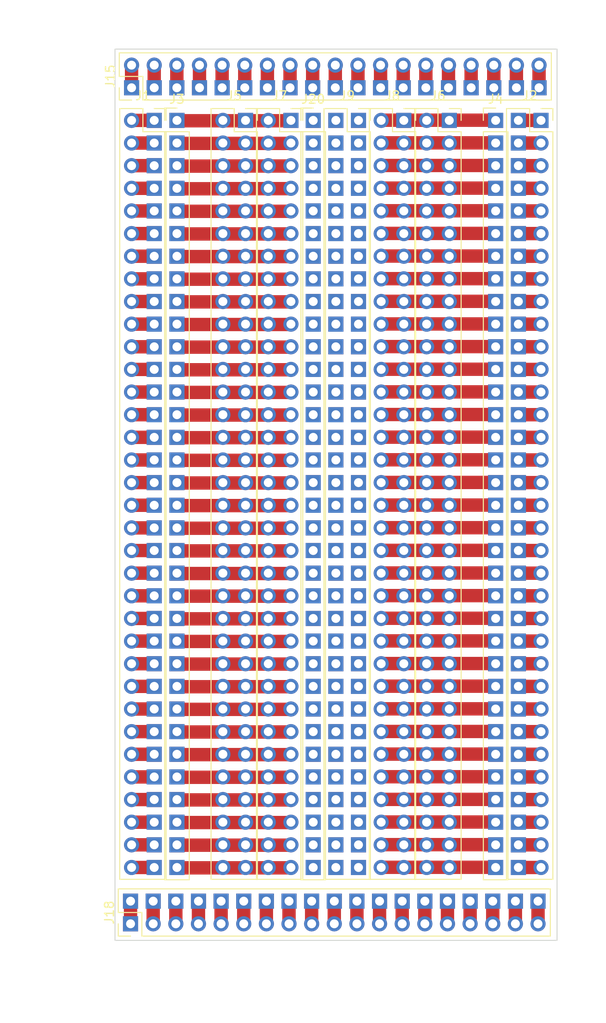
<source format=kicad_pcb>
(kicad_pcb (version 20241229) (generator "pcbnew") (generator_version "9.0")
  (layers (0 "F.Cu" signal) (2 "B.Cu" signal) (13 "F.Paste" user) (15 "B.Paste" user) (5 "F.SilkS" user "F.Silkscreen") (7 "B.SilkS" user "B.Silkscreen") (1 "F.Mask" user) (3 "B.Mask" user) (25 "Edge.Cuts" user))
  (net 0 "")
  (net 1 "/E12")
  (net 2 "/E9")
  (net 3 "/E2")
  (net 4 "/E11")
  (net 5 "/E3")
  (net 6 "/E4")
  (net 7 "/E6")
  (net 8 "/E15")
  (net 9 "/E5")
  (net 10 "/E7")
  (net 11 "/E14")
  (net 12 "/E8")
  (net 13 "/E17")
  (net 14 "/E1")
  (net 15 "/E10")
  (net 16 "/E13")
  (net 17 "/E19")
  (net 18 "/E16")
  (net 19 "/E18")
  (net 20 "/F13")
  (net 21 "/F10")
  (net 22 "/F12")
  (net 23 "/F7")
  (net 24 "/F1")
  (net 25 "/F14")
  (net 26 "/F18")
  (net 27 "/F9")
  (net 28 "/F8")
  (net 29 "/F19")
  (net 30 "/F2")
  (net 31 "/F3")
  (net 32 "/F6")
  (net 33 "/F5")
  (net 34 "/F17")
  (net 35 "/F16")
  (net 36 "/F4")
  (net 37 "/F11")
  (net 38 "/F15")
  (net 39 "/C30")
  (net 40 "/C32")
  (net 41 "/C17")
  (net 42 "/C4")
  (net 43 "/C16")
  (net 44 "/C6")
  (net 45 "/C34")
  (net 46 "/C13")
  (net 47 "/C14")
  (net 48 "/C8")
  (net 49 "/C11")
  (net 50 "/C20")
  (net 51 "/C29")
  (net 52 "/C33")
  (net 53 "/C31")
  (net 54 "/C2")
  (net 55 "/C7")
  (net 56 "/C1")
  (net 57 "/C25")
  (net 58 "/C9")
  (net 59 "/C28")
  (net 60 "/C22")
  (net 61 "/C26")
  (net 62 "/C23")
  (net 63 "/C10")
  (net 64 "/C19")
  (net 65 "/C27")
  (net 66 "/C15")
  (net 67 "/C18")
  (net 68 "/C12")
  (net 69 "/C21")
  (net 70 "/C24")
  (net 71 "/C5")
  (net 72 "/C3")
  (net 73 "/D15")
  (net 74 "/D21")
  (net 75 "/D4")
  (net 76 "/D3")
  (net 77 "/D32")
  (net 78 "/D26")
  (net 79 "/D34")
  (net 80 "/D17")
  (net 81 "/D29")
  (net 82 "/D7")
  (net 83 "/D10")
  (net 84 "/D25")
  (net 85 "/D6")
  (net 86 "/D31")
  (net 87 "/D16")
  (net 88 "/D23")
  (net 89 "/D2")
  (net 90 "/D19")
  (net 91 "/D8")
  (net 92 "/D28")
  (net 93 "/D18")
  (net 94 "/D22")
  (net 95 "/D9")
  (net 96 "/D1")
  (net 97 "/D14")
  (net 98 "/D30")
  (net 99 "/D27")
  (net 100 "/D24")
  (net 101 "/D12")
  (net 102 "/D11")
  (net 103 "/D5")
  (net 104 "/D33")
  (net 105 "/D13")
  (net 106 "/D20")
  (net 107 "/A1")
  (net 108 "/A13")
  (net 109 "/A22")
  (net 110 "/A28")
  (net 111 "/A9")
  (net 112 "/A25")
  (net 113 "/A2")
  (net 114 "/A7")
  (net 115 "/A34")
  (net 116 "/A10")
  (net 117 "/A6")
  (net 118 "/A30")
  (net 119 "/A8")
  (net 120 "/A19")
  (net 121 "/A32")
  (net 122 "/A33")
  (net 123 "/A23")
  (net 124 "/A15")
  (net 125 "/A26")
  (net 126 "/A16")
  (net 127 "/A5")
  (net 128 "/A18")
  (net 129 "/A31")
  (net 130 "/A24")
  (net 131 "/A12")
  (net 132 "/A17")
  (net 133 "/A27")
  (net 134 "/A21")
  (net 135 "/A29")
  (net 136 "/A20")
  (net 137 "/A14")
  (net 138 "/A11")
  (net 139 "/A3")
  (net 140 "/A4")
  (net 141 "/B33")
  (net 142 "/B25")
  (net 143 "/B2")
  (net 144 "/B1")
  (net 145 "/B9")
  (net 146 "/B34")
  (net 147 "/B14")
  (net 148 "/B26")
  (net 149 "/B11")
  (net 150 "/B5")
  (net 151 "/B30")
  (net 152 "/B18")
  (net 153 "/B21")
  (net 154 "/B15")
  (net 155 "/B29")
  (net 156 "/B31")
  (net 157 "/B22")
  (net 158 "/B20")
  (net 159 "/B16")
  (net 160 "/B3")
  (net 161 "/B24")
  (net 162 "/B28")
  (net 163 "/B19")
  (net 164 "/B13")
  (net 165 "/B12")
  (net 166 "/B6")
  (net 167 "/B4")
  (net 168 "/B27")
  (net 169 "/B23")
  (net 170 "/B8")
  (net 171 "/B7")
  (net 172 "/B17")
  (net 173 "/B10")
  (net 174 "/B32")
  (footprint "Connector_PinHeader_2.54mm:PinHeader_1x34_P2.54mm_Vertical" (layer "F.Cu") (at 126.41 60.26)
    (property "Reference" "J3")
    (property "Value" "Conn_01x34_Pin")
  )
  (footprint "Connector_PinSocket_2.54mm:PinSocket_2x34_P2.54mm_Vertical" (layer "F.Cu") (at 123.86 60.26)
    (property "Reference" "J1")
    (property "Value" "Conn_02x34_Odd_Even")
  )
  (footprint "Connector_PinSocket_2.54mm:PinSocket_2x34_P2.54mm_Vertical" (layer "F.Cu") (at 156.967119 60.26)
    (property "Reference" "J6")
    (property "Value" "Conn_02x34_Odd_Even")
  )
  (footprint "Connector_PinSocket_2.54mm:PinSocket_2x34_P2.54mm_Vertical" (layer "F.Cu") (at 151.867119 60.26)
    (property "Reference" "J8")
    (property "Value" "Conn_02x34_Odd_Even")
  )
  (footprint "Connector_PinHeader_2.54mm:PinHeader_1x34_P2.54mm_Vertical" (layer "F.Cu") (at 141.7 60.26)
    (property "Reference" "J20")
    (property "Value" "Conn_01x34_Pin")
  )
  (footprint "Connector_PinHeader_2.54mm:PinHeader_1x34_P2.54mm_Vertical" (layer "F.Cu") (at 162.17 60.26)
    (property "Reference" "J4")
    (property "Value" "Conn_01x34_Pin")
  )
  (footprint "Connector_PinSocket_2.54mm:PinSocket_2x34_P2.54mm_Vertical" (layer "F.Cu") (at 134.106659 60.26)
    (property "Reference" "J5")
    (property "Value" "Conn_02x34_Odd_Even")
  )
  (footprint "Connector_PinHeader_2.54mm:PinHeader_2x19_P2.54mm_Vertical" (layer "F.Cu") (at 121.205 150.4 90)
    (property "Reference" "J18")
    (property "Value" "Conn_02x19_Odd_Even")
  )
  (footprint "Connector_PinSocket_2.54mm:PinSocket_2x34_P2.54mm_Vertical" (layer "F.Cu") (at 146.78 60.26)
    (property "Reference" "J9")
    (property "Value" "Conn_02x34_Odd_Even")
  )
  (footprint "Connector_PinSocket_2.54mm:PinSocket_2x34_P2.54mm_Vertical" (layer "F.Cu") (at 167.26 60.26)
    (property "Reference" "J2")
    (property "Value" "Conn_02x34_Odd_Even")
  )
  (footprint "Connector_PinSocket_2.54mm:PinSocket_2x34_P2.54mm_Vertical" (layer "F.Cu") (at 139.2 60.26)
    (property "Reference" "J7")
    (property "Value" "Conn_02x34_Odd_Even")
  )
  (footprint "Connector_PinHeader_2.54mm:PinHeader_2x19_P2.54mm_Vertical" (layer "F.Cu") (at 121.320001 56.6 90)
    (property "Reference" "J15")
    (property "Value" "Conn_02x19_Odd_Even")
  )
  (gr_rect (start 119.46 52.26) (end 169.06 152.26) (stroke (width 0.1)) (fill no) (layer "Edge.Cuts"))
  (segment (start 149.260001 54.06) (end 149.26 56.6) (width 1.5) (layer "F.Cu") (net 1))
  (segment (start 141.640001 54.06) (end 141.640001 56.6) (width 1.5) (layer "F.Cu") (net 2))
  (segment (start 123.860001 54.06) (end 123.860001 56.6) (width 1.5) (layer "F.Cu") (net 3))
  (segment (start 146.720001 54.06) (end 146.720001 56.6) (width 1.5) (layer "F.Cu") (net 4))
  (segment (start 126.400001 54.06) (end 126.4 56.6) (width 1.5) (layer "F.Cu") (net 5))
  (segment (start 128.940001 54.06) (end 128.940001 56.6) (width 1.5) (layer "F.Cu") (net 6))
  (segment (start 134.020001 54.06) (end 134.020001 56.6) (width 1.5) (layer "F.Cu") (net 7))
  (segment (start 156.880001 54.06) (end 156.880001 56.6) (width 1.5) (layer "F.Cu") (net 8))
  (segment (start 131.480001 54.06) (end 131.480001 56.6) (width 1.5) (layer "F.Cu") (net 9))
  (segment (start 136.560001 54.06) (end 136.560001 56.6) (width 1.5) (layer "F.Cu") (net 10))
  (segment (start 154.340001 54.06) (end 154.340001 56.6) (width 1.5) (layer "F.Cu") (net 11))
  (segment (start 139.100001 54.06) (end 139.100002 56.6) (width 1.5) (layer "F.Cu") (net 12))
  (segment (start 161.960001 54.06) (end 161.960002 56.6) (width 1.5) (layer "F.Cu") (net 13))
  (segment (start 121.320001 54.06) (end 121.320001 56.6) (width 1.5) (layer "F.Cu") (net 14))
  (segment (start 144.180001 54.06) (end 144.180001 56.6) (width 1.5) (layer "F.Cu") (net 15))
  (segment (start 151.800001 54.06) (end 151.800001 56.6) (width 1.5) (layer "F.Cu") (net 16))
  (segment (start 167.040001 54.06) (end 167.040001 56.6) (width 1.5) (layer "F.Cu") (net 17))
  (segment (start 159.420001 54.06) (end 159.42 56.6) (width 1.5) (layer "F.Cu") (net 18))
  (segment (start 164.500001 54.06) (end 164.500001 56.6) (width 1.5) (layer "F.Cu") (net 19))
  (segment (start 151.685 147.86) (end 151.685 150.4) (width 1.5) (layer "F.Cu") (net 20))
  (segment (start 144.065 147.86) (end 144.065 150.4) (width 1.5) (layer "F.Cu") (net 21))
  (segment (start 149.145 147.86) (end 149.144999 150.4) (width 1.5) (layer "F.Cu") (net 22))
  (segment (start 136.445 147.86) (end 136.445 150.4) (width 1.5) (layer "F.Cu") (net 23))
  (segment (start 121.205 147.86) (end 121.205 150.4) (width 1.5) (layer "F.Cu") (net 24))
  (segment (start 154.225 147.86) (end 154.225 150.4) (width 1.5) (layer "F.Cu") (net 25))
  (segment (start 164.385 147.86) (end 164.385 150.4) (width 1.5) (layer "F.Cu") (net 26))
  (segment (start 141.525 147.86) (end 141.525 150.4) (width 1.5) (layer "F.Cu") (net 27))
  (segment (start 138.985 147.86) (end 138.985001 150.4) (width 1.5) (layer "F.Cu") (net 28))
  (segment (start 166.925 147.86) (end 166.925 150.4) (width 1.5) (layer "F.Cu") (net 29))
  (segment (start 123.745 147.86) (end 123.745 150.4) (width 1.5) (layer "F.Cu") (net 30))
  (segment (start 126.285 147.86) (end 126.284999 150.4) (width 1.5) (layer "F.Cu") (net 31))
  (segment (start 133.905 147.86) (end 133.905 150.4) (width 1.5) (layer "F.Cu") (net 32))
  (segment (start 131.365 147.86) (end 131.365 150.4) (width 1.5) (layer "F.Cu") (net 33))
  (segment (start 161.845 147.86) (end 161.845001 150.4) (width 1.5) (layer "F.Cu") (net 34))
  (segment (start 159.305 147.86) (end 159.304999 150.4) (width 1.5) (layer "F.Cu") (net 35))
  (segment (start 128.825 150.4) (end 128.825 147.86) (width 1.5) (layer "F.Cu") (net 36))
  (segment (start 146.605 147.86) (end 146.605 150.4) (width 1.5) (layer "F.Cu") (net 37))
  (segment (start 156.765 147.86) (end 156.765 150.4) (width 1.5) (layer "F.Cu") (net 38))
  (segment (start 164.72 133.92) (end 167.26 133.92) (width 1.5) (layer "F.Cu") (net 39))
  (segment (start 164.72 139) (end 167.26 139) (width 1.5) (layer "F.Cu") (net 40))
  (segment (start 164.72 100.9) (end 167.26 100.9) (width 1.5) (layer "F.Cu") (net 41))
  (segment (start 164.72 67.88) (end 167.26 67.88) (width 1.5) (layer "F.Cu") (net 42))
  (segment (start 164.72 98.36) (end 167.26 98.36) (width 1.5) (layer "F.Cu") (net 43))
  (segment (start 164.72 72.96) (end 167.26 72.96) (width 1.5) (layer "F.Cu") (net 44))
  (segment (start 164.72 144.08) (end 167.26 144.08) (width 1.5) (layer "F.Cu") (net 45))
  (segment (start 164.72 90.74) (end 167.26 90.74) (width 1.5) (layer "F.Cu") (net 46))
  (segment (start 164.72 93.28) (end 167.26 93.28) (width 1.5) (layer "F.Cu") (net 47))
  (segment (start 164.72 78.04) (end 167.26 78.04) (width 1.5) (layer "F.Cu") (net 48))
  (segment (start 164.72 85.66) (end 167.26 85.66) (width 1.5) (layer "F.Cu") (net 49))
  (segment (start 164.72 108.52) (end 167.26 108.52) (width 1.5) (layer "F.Cu") (net 50))
  (segment (start 164.72 131.38) (end 167.26 131.38) (width 1.5) (layer "F.Cu") (net 51))
  (segment (start 167.26 141.54) (end 164.72 141.54) (width 1.5) (layer "F.Cu") (net 52))
  (segment (start 164.72 136.46) (end 167.26 136.46) (width 1.5) (layer "F.Cu") (net 53))
  (segment (start 167.26 62.8) (end 164.72 62.8) (width 1.5) (layer "F.Cu") (net 54))
  (segment (start 164.72 75.5) (end 167.26 75.5) (width 1.5) (layer "F.Cu") (net 55))
  (segment (start 164.72 60.26) (end 167.26 60.26) (width 1.5) (layer "F.Cu") (net 56))
  (segment (start 164.72 121.22) (end 167.26 121.22) (width 1.5) (layer "F.Cu") (net 57))
  (segment (start 164.72 80.58) (end 167.26 80.58) (width 1.5) (layer "F.Cu") (net 58))
  (segment (start 164.72 128.84) (end 167.26 128.84) (width 1.5) (layer "F.Cu") (net 59))
  (segment (start 164.72 113.6) (end 167.26 113.6) (width 1.5) (layer "F.Cu") (net 60))
  (segment (start 164.72 123.76) (end 167.26 123.76) (width 1.5) (layer "F.Cu") (net 61))
  (segment (start 164.72 116.14) (end 167.26 116.14) (width 1.5) (layer "F.Cu") (net 62))
  (segment (start 164.72 83.12) (end 167.26 83.12) (width 1.5) (layer "F.Cu") (net 63))
  (segment (start 164.72 105.98) (end 167.26 105.98) (width 1.5) (layer "F.Cu") (net 64))
  (segment (start 164.72 126.3) (end 167.26 126.3) (width 1.5) (layer "F.Cu") (net 65))
  (segment (start 164.72 95.82) (end 167.26 95.82) (width 1.5) (layer "F.Cu") (net 66))
  (segment (start 164.72 103.44) (end 167.26 103.44) (width 1.5) (layer "F.Cu") (net 67))
  (segment (start 164.72 88.2) (end 167.26 88.2) (width 1.5) (layer "F.Cu") (net 68))
  (segment (start 164.72 111.06) (end 167.26 111.06) (width 1.5) (layer "F.Cu") (net 69))
  (segment (start 164.72 118.68) (end 167.26 118.68) (width 1.5) (layer "F.Cu") (net 70))
  (segment (start 164.72 70.42) (end 167.26 70.42) (width 1.5) (layer "F.Cu") (net 71))
  (segment (start 164.72 65.34) (end 167.26 65.34) (width 1.5) (layer "F.Cu") (net 72))
  (segment (start 162.169645 95.799645) (end 162.17 95.8) (width 1.5) (layer "F.Cu") (net 73))
  (segment (start 149.327119 95.799645) (end 156.967119 95.799645) (width 1.5) (layer "F.Cu") (net 73))
  (segment (start 156.967119 95.799645) (end 162.169645 95.799645) (width 1.5) (layer "F.Cu") (net 73))
  (segment (start 156.967119 111.039645) (end 162.169645 111.039645) (width 1.5) (layer "F.Cu") (net 74))
  (segment (start 149.327119 111.039645) (end 156.967119 111.039645) (width 1.5) (layer "F.Cu") (net 74))
  (segment (start 162.169645 111.039645) (end 162.17 111.04) (width 1.5) (layer "F.Cu") (net 74))
  (segment (start 149.327119 67.859645) (end 156.967119 67.859645) (width 1.5) (layer "F.Cu") (net 75))
  (segment (start 156.967119 67.859645) (end 162.169645 67.859645) (width 1.5) (layer "F.Cu") (net 75))
  (segment (start 162.169645 67.859645) (end 162.17 67.86) (width 1.5) (layer "F.Cu") (net 75))
  (segment (start 162.169645 65.319645) (end 162.17 65.32) (width 1.5) (layer "F.Cu") (net 76))
  (segment (start 149.327119 65.319645) (end 156.967119 65.319645) (width 1.5) (layer "F.Cu") (net 76))
  (segment (start 156.967119 65.319645) (end 162.169645 65.319645) (width 1.5) (layer "F.Cu") (net 76))
  (segment (start 156.967119 138.979645) (end 162.169645 138.979645) (width 1.5) (layer "F.Cu") (net 77))
  (segment (start 149.327119 138.979645) (end 156.967119 138.979645) (width 1.5) (layer "F.Cu") (net 77))
  (segment (start 162.169645 138.979645) (end 162.17 138.98) (width 1.5) (layer "F.Cu") (net 77))
  (segment (start 149.327119 123.739645) (end 156.967119 123.739645) (width 1.5) (layer "F.Cu") (net 78))
  (segment (start 162.169645 123.739645) (end 162.17 123.74) (width 1.5) (layer "F.Cu") (net 78))
  (segment (start 156.967119 123.739645) (end 162.169645 123.739645) (width 1.5) (layer "F.Cu") (net 78))
  (segment (start 162.169645 144.059645) (end 162.17 144.06) (width 1.5) (layer "F.Cu") (net 79))
  (segment (start 156.967119 144.059645) (end 162.169645 144.059645) (width 1.5) (layer "F.Cu") (net 79))
  (segment (start 149.327119 144.059645) (end 156.967119 144.059645) (width 1.5) (layer "F.Cu") (net 79))
  (segment (start 149.327119 100.879645) (end 156.967119 100.879645) (width 1.5) (layer "F.Cu") (net 80))
  (segment (start 162.169645 100.879645) (end 162.17 100.88) (width 1.5) (layer "F.Cu") (net 80))
  (segment (start 156.967119 100.879645) (end 162.169645 100.879645) (width 1.5) (layer "F.Cu") (net 80))
  (segment (start 149.327119 131.359645) (end 156.967119 131.359645) (width 1.5) (layer "F.Cu") (net 81))
  (segment (start 162.169645 131.359645) (end 162.17 131.36) (width 1.5) (layer "F.Cu") (net 81))
  (segment (start 156.967119 131.359645) (end 162.169645 131.359645) (width 1.5) (layer "F.Cu") (net 81))
  (segment (start 149.327119 75.479645) (end 156.967119 75.479645) (width 1.5) (layer "F.Cu") (net 82))
  (segment (start 156.967119 75.479645) (end 162.169645 75.479645) (width 1.5) (layer "F.Cu") (net 82))
  (segment (start 162.169645 75.479645) (end 162.17 75.48) (width 1.5) (layer "F.Cu") (net 82))
  (segment (start 149.327119 83.099645) (end 156.967119 83.099645) (width 1.5) (layer "F.Cu") (net 83))
  (segment (start 156.967119 83.099645) (end 162.169645 83.099645) (width 1.5) (layer "F.Cu") (net 83))
  (segment (start 162.169645 83.099645) (end 162.17 83.1) (width 1.5) (layer "F.Cu") (net 83))
  (segment (start 156.967119 121.199645) (end 162.169645 121.199645) (width 1.5) (layer "F.Cu") (net 84))
  (segment (start 162.169645 121.199645) (end 162.17 121.2) (width 1.5) (layer "F.Cu") (net 84))
  (segment (start 149.327119 121.199645) (end 156.967119 121.199645) (width 1.5) (layer "F.Cu") (net 84))
  (segment (start 156.967119 72.939645) (end 162.169645 72.939645) (width 1.5) (layer "F.Cu") (net 85))
  (segment (start 149.327119 72.939645) (end 156.967119 72.939645) (width 1.5) (layer "F.Cu") (net 85))
  (segment (start 162.169645 72.939645) (end 162.17 72.94) (width 1.5) (layer "F.Cu") (net 85))
  (segment (start 162.169645 136.439645) (end 162.17 136.44) (width 1.5) (layer "F.Cu") (net 86))
  (segment (start 149.327119 136.439645) (end 156.967119 136.439645) (width 1.5) (layer "F.Cu") (net 86))
  (segment (start 156.967119 136.439645) (end 162.169645 136.439645) (width 1.5) (layer "F.Cu") (net 86))
  (segment (start 149.327119 98.339645) (end 156.967119 98.339645) (width 1.5) (layer "F.Cu") (net 87))
  (segment (start 162.169645 98.339645) (end 162.17 98.34) (width 1.5) (layer "F.Cu") (net 87))
  (segment (start 156.967119 98.339645) (end 162.169645 98.339645) (width 1.5) (layer "F.Cu") (net 87))
  (segment (start 156.967119 116.119645) (end 162.169645 116.119645) (width 1.5) (layer "F.Cu") (net 88))
  (segment (start 149.327119 116.119645) (end 156.967119 116.119645) (width 1.5) (layer "F.Cu") (net 88))
  (segment (start 162.169645 116.119645) (end 162.17 116.12) (width 1.5) (layer "F.Cu") (net 88))
  (segment (start 149.327119 62.779645) (end 156.967119 62.779645) (width 1.5) (layer "F.Cu") (net 89))
  (segment (start 156.967119 62.779645) (end 162.169645 62.779645) (width 1.5) (layer "F.Cu") (net 89))
  (segment (start 162.169645 62.779645) (end 162.17 62.78) (width 1.5) (layer "F.Cu") (net 89))
  (segment (start 156.967119 105.959645) (end 162.169645 105.959645) (width 1.5) (layer "F.Cu") (net 90))
  (segment (start 149.327119 105.959645) (end 156.967119 105.959645) (width 1.5) (layer "F.Cu") (net 90))
  (segment (start 162.169645 105.959645) (end 162.17 105.96) (width 1.5) (layer "F.Cu") (net 90))
  (segment (start 149.327119 78.019645) (end 156.967119 78.019645) (width 1.5) (layer "F.Cu") (net 91))
  (segment (start 162.169645 78.019645) (end 162.17 78.02) (width 1.5) (layer "F.Cu") (net 91))
  (segment (start 156.967119 78.019645) (end 162.169645 78.019645) (width 1.5) (layer "F.Cu") (net 91))
  (segment (start 162.169645 128.819645) (end 162.17 128.82) (width 1.5) (layer "F.Cu") (net 92))
  (segment (start 156.967119 128.819645) (end 162.169645 128.819645) (width 1.5) (layer "F.Cu") (net 92))
  (segment (start 149.327119 128.819645) (end 156.967119 128.819645) (width 1.5) (layer "F.Cu") (net 92))
  (segment (start 156.967119 103.419645) (end 162.169645 103.419645) (width 1.5) (layer "F.Cu") (net 93))
  (segment (start 149.327119 103.419645) (end 156.967119 103.419645) (width 1.5) (layer "F.Cu") (net 93))
  (segment (start 162.169645 103.419645) (end 162.17 103.42) (width 1.5) (layer "F.Cu") (net 93))
  (segment (start 149.327119 113.579645) (end 156.967119 113.579645) (width 1.5) (layer "F.Cu") (net 94))
  (segment (start 162.169645 113.579645) (end 162.17 113.58) (width 1.5) (layer "F.Cu") (net 94))
  (segment (start 156.967119 113.579645) (end 162.169645 113.579645) (width 1.5) (layer "F.Cu") (net 94))
  (segment (start 156.967119 80.559645) (end 162.169645 80.559645) (width 1.5) (layer "F.Cu") (net 95))
  (segment (start 149.327119 80.559645) (end 156.967119 80.559645) (width 1.5) (layer "F.Cu") (net 95))
  (segment (start 162.169645 80.559645) (end 162.17 80.56) (width 1.5) (layer "F.Cu") (net 95))
  (segment (start 162.169645 60.239645) (end 162.17 60.24) (width 1.5) (layer "F.Cu") (net 96))
  (segment (start 149.327119 60.239645) (end 156.967119 60.239645) (width 1.5) (layer "F.Cu") (net 96))
  (segment (start 156.967119 60.239645) (end 162.169645 60.239645) (width 1.5) (layer "F.Cu") (net 96))
  (segment (start 162.169645 93.259645) (end 162.17 93.26) (width 1.5) (layer "F.Cu") (net 97))
  (segment (start 156.967119 93.259645) (end 162.169645 93.259645) (width 1.5) (layer "F.Cu") (net 97))
  (segment (start 149.327119 93.259645) (end 156.967119 93.259645) (width 1.5) (layer "F.Cu") (net 97))
  (segment (start 149.327119 133.899645) (end 156.967119 133.899645) (width 1.5) (layer "F.Cu") (net 98))
  (segment (start 162.169645 133.899645) (end 162.17 133.9) (width 1.5) (layer "F.Cu") (net 98))
  (segment (start 156.967119 133.899645) (end 162.169645 133.899645) (width 1.5) (layer "F.Cu") (net 98))
  (segment (start 162.169645 126.279645) (end 162.17 126.28) (width 1.5) (layer "F.Cu") (net 99))
  (segment (start 149.327119 126.279645) (end 156.967119 126.279645) (width 1.5) (layer "F.Cu") (net 99))
  (segment (start 156.967119 126.279645) (end 162.169645 126.279645) (width 1.5) (layer "F.Cu") (net 99))
  (segment (start 156.967119 118.659645) (end 162.169645 118.659645) (width 1.5) (layer "F.Cu") (net 100))
  (segment (start 149.327119 118.659645) (end 156.967119 118.659645) (width 1.5) (layer "F.Cu") (net 100))
  (segment (start 162.169645 118.659645) (end 162.17 118.66) (width 1.5) (layer "F.Cu") (net 100))
  (segment (start 162.169645 88.179645) (end 162.17 88.18) (width 1.5) (layer "F.Cu") (net 101))
  (segment (start 156.967119 88.179645) (end 162.169645 88.179645) (width 1.5) (layer "F.Cu") (net 101))
  (segment (start 149.327119 88.179645) (end 156.967119 88.179645) (width 1.5) (layer "F.Cu") (net 101))
  (segment (start 156.967119 85.639645) (end 162.169645 85.639645) (width 1.5) (layer "F.Cu") (net 102))
  (segment (start 149.327119 85.639645) (end 156.967119 85.639645) (width 1.5) (layer "F.Cu") (net 102))
  (segment (start 162.169645 85.639645) (end 162.17 85.64) (width 1.5) (layer "F.Cu") (net 102))
  (segment (start 149.327119 70.399645) (end 156.967119 70.399645) (width 1.5) (layer "F.Cu") (net 103))
  (segment (start 162.169645 70.399645) (end 162.17 70.4) (width 1.5) (layer "F.Cu") (net 103))
  (segment (start 156.967119 70.399645) (end 162.169645 70.399645) (width 1.5) (layer "F.Cu") (net 103))
  (segment (start 156.967119 141.519645) (end 162.169645 141.519645) (width 1.5) (layer "F.Cu") (net 104))
  (segment (start 149.327119 141.519645) (end 156.967119 141.519645) (width 1.5) (layer "F.Cu") (net 104))
  (segment (start 162.169645 141.519645) (end 162.17 141.52) (width 1.5) (layer "F.Cu") (net 104))
  (segment (start 162.169645 90.719645) (end 162.17 90.72) (width 1.5) (layer "F.Cu") (net 105))
  (segment (start 149.327119 90.719645) (end 156.967119 90.719645) (width 1.5) (layer "F.Cu") (net 105))
  (segment (start 156.967119 90.719645) (end 162.169645 90.719645) (width 1.5) (layer "F.Cu") (net 105))
  (segment (start 149.327119 108.499645) (end 156.967119 108.499645) (width 1.5) (layer "F.Cu") (net 106))
  (segment (start 156.967119 108.499645) (end 162.169645 108.499645) (width 1.5) (layer "F.Cu") (net 106))
  (segment (start 162.169645 108.499645) (end 162.17 108.5) (width 1.5) (layer "F.Cu") (net 106))
  (segment (start 121.32 60.26) (end 123.86 60.26) (width 1.5) (layer "F.Cu") (net 107))
  (segment (start 121.32 90.74) (end 123.86 90.74) (width 1.5) (layer "F.Cu") (net 108))
  (segment (start 121.32 113.6) (end 123.86 113.6) (width 1.5) (layer "F.Cu") (net 109))
  (segment (start 121.32 128.84) (end 123.86 128.84) (width 1.5) (layer "F.Cu") (net 110))
  (segment (start 121.32 80.58) (end 123.86 80.58) (width 1.5) (layer "F.Cu") (net 111))
  (segment (start 121.32 121.22) (end 123.86 121.22) (width 1.5) (layer "F.Cu") (net 112))
  (segment (start 121.32 62.8) (end 123.86 62.8) (width 1.5) (layer "F.Cu") (net 113))
  (segment (start 121.32 75.5) (end 123.86 75.5) (width 1.5) (layer "F.Cu") (net 114))
  (segment (start 121.32 144.08) (end 123.86 144.08) (width 1.5) (layer "F.Cu") (net 115))
  (segment (start 121.32 83.12) (end 123.86 83.12) (width 1.5) (layer "F.Cu") (net 116))
  (segment (start 121.32 72.96) (end 123.86 72.96) (width 1.5) (layer "F.Cu") (net 117))
  (segment (start 121.32 133.92) (end 123.86 133.92) (width 1.5) (layer "F.Cu") (net 118))
  (segment (start 121.32 78.04) (end 123.86 78.04) (width 1.5) (layer "F.Cu") (net 119))
  (segment (start 121.32 105.98) (end 123.86 105.98) (width 1.5) (layer "F.Cu") (net 120))
  (segment (start 121.32 139) (end 123.86 139) (width 1.5) (layer "F.Cu") (net 121))
  (segment (start 121.32 141.54) (end 123.86 141.54) (width 1.5) (layer "F.Cu") (net 122))
  (segment (start 121.32 116.14) (end 123.86 116.14) (width 1.5) (layer "F.Cu") (net 123))
  (segment (start 121.32 95.82) (end 123.86 95.82) (width 1.5) (layer "F.Cu") (net 124))
  (segment (start 121.32 123.76) (end 123.86 123.76) (width 1.5) (layer "F.Cu") (net 125))
  (segment (start 121.32 98.36) (end 123.86 98.36) (width 1.5) (layer "F.Cu") (net 126))
  (segment (start 121.32 70.42) (end 123.86 70.42) (width 1.5) (layer "F.Cu") (net 127))
  (segment (start 121.32 103.44) (end 123.86 103.44) (width 1.5) (layer "F.Cu") (net 128))
  (segment (start 121.32 136.46) (end 123.86 136.46) (width 1.5) (layer "F.Cu") (net 129))
  (segment (start 121.32 118.68) (end 123.86 118.68) (width 1.5) (layer "F.Cu") (net 130))
  (segment (start 121.32 88.2) (end 123.86 88.2) (width 1.5) (layer "F.Cu") (net 131))
  (segment (start 121.32 100.9) (end 123.86 100.9) (width 1.5) (layer "F.Cu") (net 132))
  (segment (start 121.32 126.3) (end 123.86 126.3) (width 1.5) (layer "F.Cu") (net 133))
  (segment (start 121.32 111.06) (end 123.86 111.06) (width 1.5) (layer "F.Cu") (net 134))
  (segment (start 121.32 131.38) (end 123.86 131.38) (width 1.5) (layer "F.Cu") (net 135))
  (segment (start 121.32 108.52) (end 123.86 108.52) (width 1.5) (layer "F.Cu") (net 136))
  (segment (start 121.32 93.28) (end 123.86 93.28) (width 1.5) (layer "F.Cu") (net 137))
  (segment (start 121.32 85.66) (end 123.86 85.66) (width 1.5) (layer "F.Cu") (net 138))
  (segment (start 121.32 65.34) (end 123.86 65.34) (width 1.5) (layer "F.Cu") (net 139))
  (segment (start 121.32 67.88) (end 123.86 67.88) (width 1.5) (layer "F.Cu") (net 140))
  (segment (start 139.199541 141.579541) (end 139.2 141.58) (width 1.5) (layer "F.Cu") (net 141))
  (segment (start 131.566659 141.579541) (end 139.199541 141.579541) (width 1.5) (layer "F.Cu") (net 141))
  (segment (start 131.5662 141.58) (end 131.566659 141.579541) (width 1.5) (layer "F.Cu") (net 141))
  (segment (start 126.41 141.58) (end 131.5662 141.58) (width 1.5) (layer "F.Cu") (net 141))
  (segment (start 126.41 121.26) (end 131.5662 121.26) (width 1.5) (layer "F.Cu") (net 142))
  (segment (start 131.566659 121.259541) (end 139.199541 121.259541) (width 1.5) (layer "F.Cu") (net 142))
  (segment (start 131.5662 121.26) (end 131.566659 121.259541) (width 1.5) (layer "F.Cu") (net 142))
  (segment (start 139.199541 121.259541) (end 139.2 121.26) (width 1.5) (layer "F.Cu") (net 142))
  (segment (start 131.566659 62.839541) (end 126.420459 62.839541) (width 1.5) (layer "F.Cu") (net 143))
  (segment (start 126.420459 62.839541) (end 126.41 62.85) (width 1.5) (layer "F.Cu") (net 143))
  (segment (start 139.199541 62.839541) (end 139.2 62.84) (width 1.5) (layer "F.Cu") (net 143))
  (segment (start 131.566659 62.839541) (end 139.199541 62.839541) (width 1.5) (layer "F.Cu") (net 143))
  (segment (start 139.199541 60.299541) (end 139.2 60.3) (width 1.5) (layer "F.Cu") (net 144))
  (segment (start 131.566659 60.299541) (end 139.199541 60.299541) (width 1.5) (layer "F.Cu") (net 144))
  (segment (start 126.420459 60.299541) (end 126.41 60.31) (width 1.5) (layer "F.Cu") (net 144))
  (segment (start 131.566659 60.299541) (end 126.420459 60.299541) (width 1.5) (layer "F.Cu") (net 144))
  (segment (start 139.199541 80.619541) (end 139.2 80.62) (width 1.5) (layer "F.Cu") (net 145))
  (segment (start 126.41 80.62) (end 131.5662 80.62) (width 1.5) (layer "F.Cu") (net 145))
  (segment (start 131.5662 80.62) (end 131.566659 80.619541) (width 1.5) (layer "F.Cu") (net 145))
  (segment (start 131.566659 80.619541) (end 139.199541 80.619541) (width 1.5) (layer "F.Cu") (net 145))
  (segment (start 126.41 144.12) (end 131.5662 144.12) (width 1.5) (layer "F.Cu") (net 146))
  (segment (start 139.199541 144.119541) (end 139.2 144.12) (width 1.5) (layer "F.Cu") (net 146))
  (segment (start 131.5662 144.12) (end 131.566659 144.119541) (width 1.5) (layer "F.Cu") (net 146))
  (segment (start 131.566659 144.119541) (end 139.199541 144.119541) (width 1.5) (layer "F.Cu") (net 146))
  (segment (start 131.566659 93.319541) (end 139.199541 93.319541) (width 1.5) (layer "F.Cu") (net 147))
  (segment (start 131.5662 93.32) (end 131.566659 93.319541) (width 1.5) (layer "F.Cu") (net 147))
  (segment (start 139.199541 93.319541) (end 139.2 93.32) (width 1.5) (layer "F.Cu") (net 147))
  (segment (start 126.41 93.32) (end 131.5662 93.32) (width 1.5) (layer "F.Cu") (net 147))
  (segment (start 131.566659 123.799541) (end 139.199541 123.799541) (width 1.5) (layer "F.Cu") (net 148))
  (segment (start 139.199541 123.799541) (end 139.2 123.8) (width 1.5) (layer "F.Cu") (net 148))
  (segment (start 126.41 123.8) (end 131.5662 123.8) (width 1.5) (layer "F.Cu") (net 148))
  (segment (start 131.5662 123.8) (end 131.566659 123.799541) (width 1.5) (layer "F.Cu") (net 148))
  (segment (start 126.41 85.7) (end 131.5662 85.7) (width 1.5) (layer "F.Cu") (net 149))
  (segment (start 131.566659 85.699541) (end 139.199541 85.699541) (width 1.5) (layer "F.Cu") (net 149))
  (segment (start 131.5662 85.7) (end 131.566659 85.699541) (width 1.5) (layer "F.Cu") (net 149))
  (segment (start 139.199541 85.699541) (end 139.2 85.7) (width 1.5) (layer "F.Cu") (net 149))
  (segment (start 131.566659 70.459541) (end 139.199541 70.459541) (width 1.5) (layer "F.Cu") (net 150))
  (segment (start 131.5662 70.46) (end 131.566659 70.459541) (width 1.5) (layer "F.Cu") (net 150))
  (segment (start 139.199541 70.459541) (end 139.2 70.46) (width 1.5) (layer "F.Cu") (net 150))
  (segment (start 126.41 70.46) (end 131.5662 70.46) (width 1.5) (layer "F.Cu") (net 150))
  (segment (start 126.41 133.96) (end 131.5662 133.96) (width 1.5) (layer "F.Cu") (net 151))
  (segment (start 131.566659 133.959541) (end 139.199541 133.959541) (width 1.5) (layer "F.Cu") (net 151))
  (segment (start 139.199541 133.959541) (end 139.2 133.96) (width 1.5) (layer "F.Cu") (net 151))
  (segment (start 131.5662 133.96) (end 131.566659 133.959541) (width 1.5) (layer "F.Cu") (net 151))
  (segment (start 139.199541 103.479541) (end 139.2 103.48) (width 1.5) (layer "F.Cu") (net 152))
  (segment (start 131.5662 103.48) (end 131.566659 103.479541) (width 1.5) (layer "F.Cu") (net 152))
  (segment (start 131.566659 103.479541) (end 139.199541 103.479541) (width 1.5) (layer "F.Cu") (net 152))
  (segment (start 126.41 103.48) (end 131.5662 103.48) (width 1.5) (layer "F.Cu") (net 152))
  (segment (start 131.5662 111.1) (end 131.566659 111.099541) (width 1.5) (layer "F.Cu") (net 153))
  (segment (start 139.199541 111.099541) (end 139.2 111.1) (width 1.5) (layer "F.Cu") (net 153))
  (segment (start 126.41 111.1) (end 131.5662 111.1) (width 1.5) (layer "F.Cu") (net 153))
  (segment (start 131.566659 111.099541) (end 139.199541 111.099541) (width 1.5) (layer "F.Cu") (net 153))
  (segment (start 126.41 95.86) (end 131.5662 95.86) (width 1.5) (layer "F.Cu") (net 154))
  (segment (start 139.199541 95.859541) (end 139.2 95.86) (width 1.5) (layer "F.Cu") (net 154))
  (segment (start 131.566659 95.859541) (end 139.199541 95.859541) (width 1.5) (layer "F.Cu") (net 154))
  (segment (start 131.5662 95.86) (end 131.566659 95.859541) (width 1.5) (layer "F.Cu") (net 154))
  (segment (start 131.5662 131.42) (end 131.566659 131.419541) (width 1.5) (layer "F.Cu") (net 155))
  (segment (start 139.199541 131.419541) (end 139.2 131.42) (width 1.5) (layer "F.Cu") (net 155))
  (segment (start 131.566659 131.419541) (end 139.199541 131.419541) (width 1.5) (layer "F.Cu") (net 155))
  (segment (start 126.41 131.42) (end 131.5662 131.42) (width 1.5) (layer "F.Cu") (net 155))
  (segment (start 126.41 136.5) (end 131.5662 136.5) (width 1.5) (layer "F.Cu") (net 156))
  (segment (start 131.566659 136.499541) (end 139.199541 136.499541) (width 1.5) (layer "F.Cu") (net 156))
  (segment (start 139.199541 136.499541) (end 139.2 136.5) (width 1.5) (layer "F.Cu") (net 156))
  (segment (start 131.5662 136.5) (end 131.566659 136.499541) (width 1.5) (layer "F.Cu") (net 156))
  (segment (start 139.199541 113.639541) (end 139.2 113.64) (width 1.5) (layer "F.Cu") (net 157))
  (segment (start 131.566659 113.639541) (end 139.199541 113.639541) (width 1.5) (layer "F.Cu") (net 157))
  (segment (start 131.5662 113.64) (end 131.566659 113.639541) (width 1.5) (layer "F.Cu") (net 157))
  (segment (start 126.41 113.64) (end 131.5662 113.64) (width 1.5) (layer "F.Cu") (net 157))
  (segment (start 131.566659 108.559541) (end 139.199541 108.559541) (width 1.5) (layer "F.Cu") (net 158))
  (segment (start 131.5662 108.56) (end 131.566659 108.559541) (width 1.5) (layer "F.Cu") (net 158))
  (segment (start 126.41 108.56) (end 131.5662 108.56) (width 1.5) (layer "F.Cu") (net 158))
  (segment (start 139.199541 108.559541) (end 139.2 108.56) (width 1.5) (layer "F.Cu") (net 158))
  (segment (start 126.41 98.4) (end 131.5662 98.4) (width 1.5) (layer "F.Cu") (net 159))
  (segment (start 131.5662 98.4) (end 131.566659 98.399541) (width 1.5) (layer "F.Cu") (net 159))
  (segment (start 131.566659 98.399541) (end 139.199541 98.399541) (width 1.5) (layer "F.Cu") (net 159))
  (segment (start 139.199541 98.399541) (end 139.2 98.4) (width 1.5) (layer "F.Cu") (net 159))
  (segment (start 126.41 65.39) (end 131.5562 65.39) (width 1.5) (layer "F.Cu") (net 160))
  (segment (start 131.566659 65.379541) (end 139.199541 65.379541) (width 1.5) (layer "F.Cu") (net 160))
  (segment (start 139.199541 65.379541) (end 139.2 65.38) (width 1.5) (layer "F.Cu") (net 160))
  (segment (start 131.5562 65.39) (end 131.566659 65.379541) (width 1.5) (layer "F.Cu") (net 160))
  (segment (start 126.41 118.72) (end 131.5662 118.72) (width 1.5) (layer "F.Cu") (net 161))
  (segment (start 131.5662 118.72) (end 131.566659 118.719541) (width 1.5) (layer "F.Cu") (net 161))
  (segment (start 139.199541 118.719541) (end 139.2 118.72) (width 1.5) (layer "F.Cu") (net 161))
  (segment (start 131.566659 118.719541) (end 139.199541 118.719541) (width 1.5) (layer "F.Cu") (net 161))
  (segment (start 131.566659 128.879541) (end 139.199541 128.879541) (width 1.5) (layer "F.Cu") (net 162))
  (segment (start 126.41 128.88) (end 131.5662 128.88) (width 1.5) (layer "F.Cu") (net 162))
  (segment (start 139.199541 128.879541) (end 139.2 128.88) (width 1.5) (layer "F.Cu") (net 162))
  (segment (start 131.5662 128.88) (end 131.566659 128.879541) (width 1.5) (layer "F.Cu") (net 162))
  (segment (start 131.566659 106.019541) (end 139.199541 106.019541) (width 1.5) (layer "F.Cu") (net 163))
  (segment (start 131.5662 106.02) (end 131.566659 106.019541) (width 1.5) (layer "F.Cu") (net 163))
  (segment (start 139.199541 106.019541) (end 139.2 106.02) (width 1.5) (layer "F.Cu") (net 163))
  (segment (start 126.41 106.02) (end 131.5662 106.02) (width 1.5) (layer "F.Cu") (net 163))
  (segment (start 131.566659 90.779541) (end 139.199541 90.779541) (width 1.5) (layer "F.Cu") (net 164))
  (segment (start 139.199541 90.779541) (end 139.2 90.78) (width 1.5) (layer "F.Cu") (net 164))
  (segment (start 126.41 90.78) (end 131.5662 90.78) (width 1.5) (layer "F.Cu") (net 164))
  (segment (start 131.5662 90.78) (end 131.566659 90.779541) (width 1.5) (layer "F.Cu") (net 164))
  (segment (start 126.41 88.24) (end 131.5662 88.24) (width 1.5) (layer "F.Cu") (net 165))
  (segment (start 131.5662 88.24) (end 131.566659 88.239541) (width 1.5) (layer "F.Cu") (net 165))
  (segment (start 131.566659 88.239541) (end 139.199541 88.239541) (width 1.5) (layer "F.Cu") (net 165))
  (segment (start 139.199541 88.239541) (end 139.2 88.24) (width 1.5) (layer "F.Cu") (net 165))
  (segment (start 131.5662 73) (end 131.566659 72.999541) (width 1.5) (layer "F.Cu") (net 166))
  (segment (start 139.199541 72.999541) (end 139.2 73) (width 1.5) (layer "F.Cu") (net 166))
  (segment (start 131.566659 72.999541) (end 139.199541 72.999541) (width 1.5) (layer "F.Cu") (net 166))
  (segment (start 126.41 73) (end 131.5662 73) (width 1.5) (layer "F.Cu") (net 166))
  (segment (start 139.199541 67.919541) (end 139.2 67.92) (width 1.5) (layer "F.Cu") (net 167))
  (segment (start 126.41 67.93) (end 131.5562 67.93) (width 1.5) (layer "F.Cu") (net 167))
  (segment (start 131.566659 67.919541) (end 139.199541 67.919541) (width 1.5) (layer "F.Cu") (net 167))
  (segment (start 131.5562 67.93) (end 131.566659 67.919541) (width 1.5) (layer "F.Cu") (net 167))
  (segment (start 131.566659 126.339541) (end 139.199541 126.339541) (width 1.5) (layer "F.Cu") (net 168))
  (segment (start 131.5662 126.34) (end 131.566659 126.339541) (width 1.5) (layer "F.Cu") (net 168))
  (segment (start 139.199541 126.339541) (end 139.2 126.34) (width 1.5) (layer "F.Cu") (net 168))
  (segment (start 126.41 126.34) (end 131.5662 126.34) (width 1.5) (layer "F.Cu") (net 168))
  (segment (start 131.5662 116.18) (end 131.566659 116.179541) (width 1.5) (layer "F.Cu") (net 169))
  (segment (start 126.41 116.18) (end 131.5662 116.18) (width 1.5) (layer "F.Cu") (net 169))
  (segment (start 139.199541 116.179541) (end 139.2 116.18) (width 1.5) (layer "F.Cu") (net 169))
  (segment (start 131.566659 116.179541) (end 139.199541 116.179541) (width 1.5) (layer "F.Cu") (net 169))
  (segment (start 131.5662 78.08) (end 131.566659 78.079541) (width 1.5) (layer "F.Cu") (net 170))
  (segment (start 139.2 78.08) (end 131.567118 78.08) (width 1.5) (layer "F.Cu") (net 170))
  (segment (start 131.567118 78.08) (end 131.566659 78.079541) (width 1.5) (layer "F.Cu") (net 170))
  (segment (start 126.41 78.08) (end 131.5662 78.08) (width 1.5) (layer "F.Cu") (net 170))
  (segment (start 131.5662 75.54) (end 131.566659 75.539541) (width 1.5) (layer "F.Cu") (net 171))
  (segment (start 126.41 75.54) (end 131.5662 75.54) (width 1.5) (layer "F.Cu") (net 171))
  (segment (start 139.2 75.54) (end 131.567118 75.54) (width 1.5) (layer "F.Cu") (net 171))
  (segment (start 131.567118 75.54) (end 131.566659 75.539541) (width 1.5) (layer "F.Cu") (net 171))
  (segment (start 139.199541 100.939541) (end 139.2 100.94) (width 1.5) (layer "F.Cu") (net 172))
  (segment (start 131.566659 100.939541) (end 139.199541 100.939541) (width 1.5) (layer "F.Cu") (net 172))
  (segment (start 126.41 100.94) (end 131.5662 100.94) (width 1.5) (layer "F.Cu") (net 172))
  (segment (start 131.5662 100.94) (end 131.566659 100.939541) (width 1.5) (layer "F.Cu") (net 172))
  (segment (start 131.566659 83.159541) (end 139.199541 83.159541) (width 1.5) (layer "F.Cu") (net 173))
  (segment (start 139.199541 83.159541) (end 139.2 83.16) (width 1.5) (layer "F.Cu") (net 173))
  (segment (start 126.41 83.16) (end 131.5662 83.16) (width 1.5) (layer "F.Cu") (net 173))
  (segment (start 131.5662 83.16) (end 131.566659 83.159541) (width 1.5) (layer "F.Cu") (net 173))
  (segment (start 131.566659 139.039541) (end 139.199541 139.039541) (width 1.5) (layer "F.Cu") (net 174))
  (segment (start 131.5662 139.04) (end 131.566659 139.039541) (width 1.5) (layer "F.Cu") (net 174))
  (segment (start 126.41 139.04) (end 131.5662 139.04) (width 1.5) (layer "F.Cu") (net 174))
  (segment (start 139.199541 139.039541) (end 139.2 139.04) (width 1.5) (layer "F.Cu") (net 174))
)
</source>
